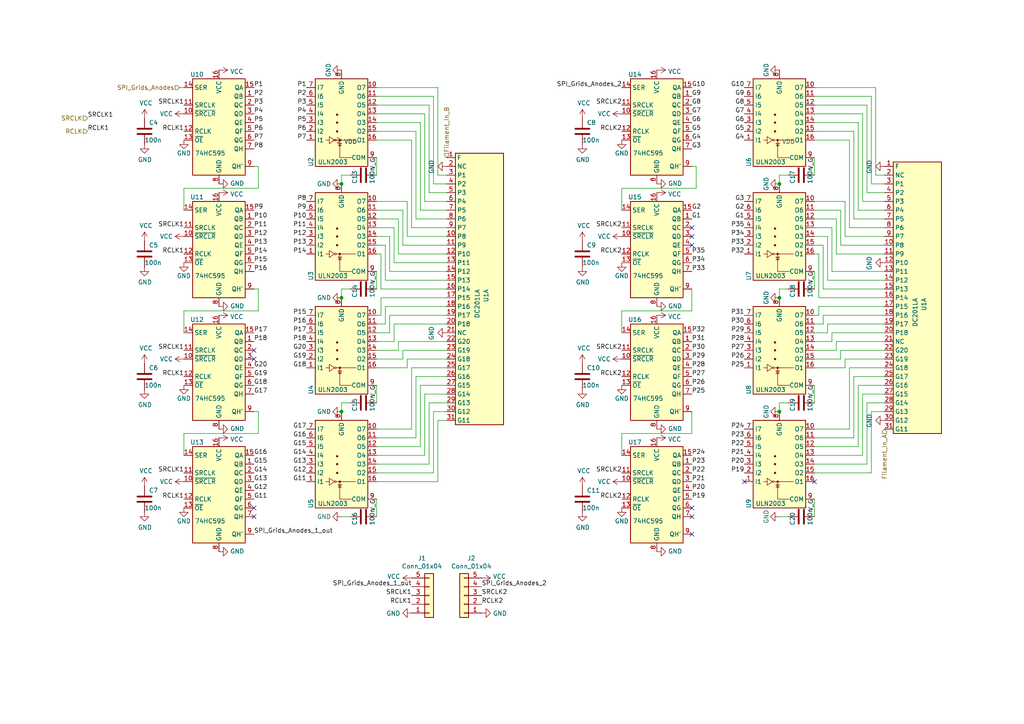
<source format=kicad_sch>
(kicad_sch (version 20211123) (generator eeschema)
  (paper "A4")
  (lib_symbols
    (symbol "74xx:74HC595"
      (property "Reference" "U" (at -7.62 13.97 0))
      (property "Value" "74HC595" (at -7.62 -16.51 0))
      (symbol "74HC595_1_0"
        (pin tri_state line (at 10.16 7.62 180) (length 2.54) (name "QB") (number "1"))
        (pin input line (at -10.16 2.54 0) (length 2.54) (name "~{SRCLR}") (number "10"))
        (pin input line (at -10.16 5.08 0) (length 2.54) (name "SRCLK") (number "11"))
        (pin input line (at -10.16 -2.54 0) (length 2.54) (name "RCLK") (number "12"))
        (pin input line (at -10.16 -5.08 0) (length 2.54) (name "~{OE}") (number "13"))
        (pin input line (at -10.16 10.16 0) (length 2.54) (name "SER") (number "14"))
        (pin tri_state line (at 10.16 10.16 180) (length 2.54) (name "QA") (number "15"))
        (pin power_in line (at 0 15.24 270) (length 2.54) (name "VCC") (number "16"))
        (pin tri_state line (at 10.16 5.08 180) (length 2.54) (name "QC") (number "2"))
        (pin tri_state line (at 10.16 2.54 180) (length 2.54) (name "QD") (number "3"))
        (pin tri_state line (at 10.16 0 180) (length 2.54) (name "QE") (number "4"))
        (pin tri_state line (at 10.16 -2.54 180) (length 2.54) (name "QF") (number "5"))
        (pin tri_state line (at 10.16 -5.08 180) (length 2.54) (name "QG") (number "6"))
        (pin tri_state line (at 10.16 -7.62 180) (length 2.54) (name "QH") (number "7"))
        (pin power_in line (at 0 -17.78 90) (length 2.54) (name "GND") (number "8"))
        (pin output line (at 10.16 -12.7 180) (length 2.54) (name "QH'") (number "9"))
      )
      (symbol "74HC595_1_1"
        (rectangle (start -7.62 12.7) (end 7.62 -15.24) (stroke (width 0.254)) (fill (type background)))
      )
    )
    (symbol "Connector_Generic:Conn_01x05" (pin_names (offset 1.016) hide)
      (property "Reference" "J" (at 0 7.62 0))
      (property "Value" "Conn_01x05" (at 0 -7.62 0))
      (symbol "Conn_01x05_1_1"
        (rectangle (start -1.27 -4.953) (end 0 -5.207) (stroke (width 0.1524)))
        (rectangle (start -1.27 -2.413) (end 0 -2.667) (stroke (width 0.1524)))
        (rectangle (start -1.27 0.127) (end 0 -0.127) (stroke (width 0.1524)))
        (rectangle (start -1.27 2.667) (end 0 2.413) (stroke (width 0.1524)))
        (rectangle (start -1.27 5.207) (end 0 4.953) (stroke (width 0.1524)))
        (rectangle (start -1.27 6.35) (end 1.27 -6.35) (stroke (width 0.254)) (fill (type background)))
        (pin passive line (at -5.08 5.08 0) (length 3.81) (name "Pin_1") (number "1"))
        (pin passive line (at -5.08 2.54 0) (length 3.81) (name "Pin_2") (number "2"))
        (pin passive line (at -5.08 0 0) (length 3.81) (name "Pin_3") (number "3"))
        (pin passive line (at -5.08 -2.54 0) (length 3.81) (name "Pin_4") (number "4"))
        (pin passive line (at -5.08 -5.08 0) (length 3.81) (name "Pin_5") (number "5"))
      )
    )
    (symbol "Device:C" (pin_numbers hide) (pin_names (offset 0.254))
      (property "Reference" "C" (at 0.635 2.54 0))
      (property "Value" "C" (at 0.635 -2.54 0))
      (symbol "C_0_1"
        (polyline (pts (xy -2.032 -0.762) (xy 2.032 -0.762)) (stroke (width 0.508)))
        (polyline (pts (xy -2.032 0.762) (xy 2.032 0.762)) (stroke (width 0.508)))
      )
      (symbol "C_1_1"
        (pin passive line (at 0 3.81 270) (length 2.794) (name "~") (number "1"))
        (pin passive line (at 0 -3.81 90) (length 2.794) (name "~") (number "2"))
      )
    )
    (symbol "Transistor_Array:ULN2003"
      (property "Reference" "U" (at 0 15.875 0))
      (property "Value" "ULN2003" (at 0 13.97 0))
      (symbol "ULN2003_0_1"
        (rectangle (start -7.62 -12.7) (end 7.62 12.7) (stroke (width 0.254)) (fill (type background)))
        (circle (center -1.778 5.08) (radius 0.254))
        (circle (center -1.27 -2.286) (radius 0.254) (fill (type outline)))
        (circle (center -1.27 0) (radius 0.254) (fill (type outline)))
        (circle (center -1.27 2.54) (radius 0.254) (fill (type outline)))
        (circle (center -0.508 5.08) (radius 0.254) (fill (type outline)))
        (polyline (pts (xy -4.572 5.08) (xy -3.556 5.08)))
        (polyline (pts (xy -1.524 5.08) (xy 4.064 5.08)))
        (polyline (pts (xy 0 6.731) (xy -1.016 6.731)))
        (polyline (pts (xy -0.508 5.08) (xy -0.508 10.16) (xy 2.921 10.16)))
        (polyline (pts (xy -3.556 6.096) (xy -3.556 4.064) (xy -2.032 5.08) (xy -3.556 6.096)))
        (polyline (pts (xy 0 5.969) (xy -1.016 5.969) (xy -0.508 6.731) (xy 0 5.969)))
      )
      (symbol "ULN2003_1_1"
        (pin input line (at -10.16 5.08 0) (length 2.54) (name "I1") (number "1"))
        (pin open_collector line (at 10.16 -10.16 180) (length 2.54) (name "O7") (number "10"))
        (pin open_collector line (at 10.16 -7.62 180) (length 2.54) (name "O6") (number "11"))
        (pin open_collector line (at 10.16 -5.08 180) (length 2.54) (name "O5") (number "12"))
        (pin open_collector line (at 10.16 -2.54 180) (length 2.54) (name "O4") (number "13"))
        (pin open_collector line (at 10.16 0 180) (length 2.54) (name "O3") (number "14"))
        (pin open_collector line (at 10.16 2.54 180) (length 2.54) (name "O2") (number "15"))
        (pin open_collector line (at 10.16 5.08 180) (length 2.54) (name "O1") (number "16"))
        (pin input line (at -10.16 2.54 0) (length 2.54) (name "I2") (number "2"))
        (pin input line (at -10.16 0 0) (length 2.54) (name "I3") (number "3"))
        (pin input line (at -10.16 -2.54 0) (length 2.54) (name "I4") (number "4"))
        (pin input line (at -10.16 -5.08 0) (length 2.54) (name "I5") (number "5"))
        (pin input line (at -10.16 -7.62 0) (length 2.54) (name "I6") (number "6"))
        (pin input line (at -10.16 -10.16 0) (length 2.54) (name "I7") (number "7"))
        (pin power_in line (at 0 -15.24 90) (length 2.54) (name "GND") (number "8"))
        (pin passive line (at 10.16 10.16 180) (length 2.54) (name "COM") (number "9"))
      )
    )
    (symbol "itron_vacuum_fluorescent_display:DC201LA"
      (property "Reference" "U" (at 2.54 31.75 0))
      (property "Value" "DC201LA" (at 2.54 34.29 0))
      (symbol "DC201LA_0_1"
        (rectangle (start -6.35 39.37) (end 7.62 -39.37) (stroke (width 0.254)) (fill (type background)))
      )
      (symbol "DC201LA_1_1"
        (pin input line (at -8.89 -38.1 0) (length 2.54) (name "F") (number "1"))
        (pin input line (at -8.89 -15.24 0) (length 2.54) (name "P8") (number "10"))
        (pin input line (at -8.89 -12.7 0) (length 2.54) (name "P9") (number "11"))
        (pin input line (at -8.89 -10.16 0) (length 2.54) (name "P10") (number "12"))
        (pin input line (at -8.89 -7.62 0) (length 2.54) (name "P11") (number "13"))
        (pin input line (at -8.89 -5.08 0) (length 2.54) (name "P12") (number "14"))
        (pin input line (at -8.89 -2.54 0) (length 2.54) (name "P13") (number "15"))
        (pin input line (at -8.89 0 0) (length 2.54) (name "P14") (number "16"))
        (pin input line (at -8.89 2.54 0) (length 2.54) (name "P15") (number "17"))
        (pin input line (at -8.89 5.08 0) (length 2.54) (name "P16") (number "18"))
        (pin input line (at -8.89 7.62 0) (length 2.54) (name "P17") (number "19"))
        (pin input line (at -8.89 -35.56 0) (length 2.54) (name "NC") (number "2"))
        (pin input line (at -8.89 10.16 0) (length 2.54) (name "P18") (number "20"))
        (pin input line (at -8.89 12.7 0) (length 2.54) (name "NC") (number "21"))
        (pin input line (at -8.89 15.24 0) (length 2.54) (name "G20") (number "22"))
        (pin input line (at -8.89 17.78 0) (length 2.54) (name "G19") (number "23"))
        (pin input line (at -8.89 20.32 0) (length 2.54) (name "G18") (number "24"))
        (pin input line (at -8.89 22.86 0) (length 2.54) (name "G17") (number "25"))
        (pin input line (at -8.89 25.4 0) (length 2.54) (name "G16") (number "26"))
        (pin input line (at -8.89 27.94 0) (length 2.54) (name "G15") (number "27"))
        (pin input line (at -8.89 30.48 0) (length 2.54) (name "G14") (number "28"))
        (pin input line (at -8.89 33.02 0) (length 2.54) (name "G13") (number "29"))
        (pin input line (at -8.89 -33.02 0) (length 2.54) (name "P1") (number "3"))
        (pin input line (at -8.89 35.56 0) (length 2.54) (name "G12") (number "30"))
        (pin input line (at -8.89 38.1 0) (length 2.54) (name "G11") (number "31"))
        (pin input line (at -8.89 -30.48 0) (length 2.54) (name "P2") (number "4"))
        (pin input line (at -8.89 -27.94 0) (length 2.54) (name "P3") (number "5"))
        (pin input line (at -8.89 -25.4 0) (length 2.54) (name "P4") (number "6"))
        (pin input line (at -8.89 -22.86 0) (length 2.54) (name "P5") (number "7"))
        (pin input line (at -8.89 -20.32 0) (length 2.54) (name "P6") (number "8"))
        (pin input line (at -8.89 -17.78 0) (length 2.54) (name "P7") (number "9"))
      )
      (symbol "DC201LA_2_1"
        (pin input line (at -8.89 -38.1 0) (length 2.54) (name "NC") (number "32"))
        (pin input line (at -8.89 -35.56 0) (length 2.54) (name "G10") (number "33"))
        (pin input line (at -8.89 -33.02 0) (length 2.54) (name "G9") (number "34"))
        (pin input line (at -8.89 -30.48 0) (length 2.54) (name "G8") (number "35"))
        (pin input line (at -8.89 -27.94 0) (length 2.54) (name "G7") (number "36"))
        (pin input line (at -8.89 -25.4 0) (length 2.54) (name "G6") (number "37"))
        (pin input line (at -8.89 -22.86 0) (length 2.54) (name "G5") (number "38"))
        (pin input line (at -8.89 -20.32 0) (length 2.54) (name "G4") (number "39"))
        (pin input line (at -8.89 -17.78 0) (length 2.54) (name "G3") (number "40"))
        (pin input line (at -8.89 -15.24 0) (length 2.54) (name "G2") (number "41"))
        (pin input line (at -8.89 -12.7 0) (length 2.54) (name "G1") (number "42"))
        (pin input line (at -8.89 -10.16 0) (length 2.54) (name "NC") (number "43"))
        (pin input line (at -8.89 -7.62 0) (length 2.54) (name "P35") (number "44"))
        (pin input line (at -8.89 -5.08 0) (length 2.54) (name "P34") (number "45"))
        (pin input line (at -8.89 -2.54 0) (length 2.54) (name "P33") (number "46"))
        (pin input line (at -8.89 0 0) (length 2.54) (name "P32") (number "47"))
        (pin input line (at -8.89 2.54 0) (length 2.54) (name "P31") (number "48"))
        (pin input line (at -8.89 5.08 0) (length 2.54) (name "P30") (number "49"))
        (pin input line (at -8.89 7.62 0) (length 2.54) (name "P29") (number "50"))
        (pin input line (at -8.89 10.16 0) (length 2.54) (name "P28") (number "51"))
        (pin input line (at -8.89 12.7 0) (length 2.54) (name "P27") (number "52"))
        (pin input line (at -8.89 15.24 0) (length 2.54) (name "P26") (number "53"))
        (pin input line (at -8.89 17.78 0) (length 2.54) (name "P25") (number "54"))
        (pin input line (at -8.89 20.32 0) (length 2.54) (name "P24") (number "55"))
        (pin input line (at -8.89 22.86 0) (length 2.54) (name "P23") (number "56"))
        (pin input line (at -8.89 25.4 0) (length 2.54) (name "P22") (number "57"))
        (pin input line (at -8.89 27.94 0) (length 2.54) (name "P21") (number "58"))
        (pin input line (at -8.89 30.48 0) (length 2.54) (name "P20") (number "59"))
        (pin input line (at -8.89 33.02 0) (length 2.54) (name "P19") (number "60"))
        (pin input line (at -8.89 35.56 0) (length 2.54) (name "NC") (number "61"))
        (pin input line (at -8.89 38.1 0) (length 2.54) (name "F") (number "62"))
      )
    )
    (symbol "power:GND" (power) (pin_names (offset 0))
      (property "Value" "GND" (at 0 -3.81 0))
      (symbol "GND_0_1"
        (polyline (pts (xy 0 0) (xy 0 -1.27) (xy 1.27 -1.27) (xy 0 -2.54) (xy -1.27 -1.27) (xy 0 -1.27)))
      )
      (symbol "GND_1_1"
        (pin power_in line (at 0 0 270) (length 0) hide (name "GND") (number "1"))
      )
    )
    (symbol "power:VCC" (power) (pin_names (offset 0))
      (property "Value" "VCC" (at 0 3.81 0))
      (symbol "VCC_0_1"
        (polyline (pts (xy -0.762 1.27) (xy 0 2.54)))
        (polyline (pts (xy 0 0) (xy 0 2.54)))
        (polyline (pts (xy 0 2.54) (xy 0.762 1.27)))
      )
      (symbol "VCC_1_1"
        (pin power_in line (at 0 0 90) (length 0) hide (name "VCC") (number "1"))
      )
    )
    (symbol "power:VDD" (power) (pin_names (offset 0))
      (property "Value" "VDD" (at 0 3.81 0))
      (symbol "VDD_0_1"
        (polyline (pts (xy -0.762 1.27) (xy 0 2.54)))
        (polyline (pts (xy 0 0) (xy 0 2.54)))
        (polyline (pts (xy 0 2.54) (xy 0.762 1.27)))
      )
      (symbol "VDD_1_1"
        (pin power_in line (at 0 0 90) (length 0) hide (name "VDD") (number "1"))
      )
    )
  )
  (junction (at 226.06 53.34))
  (junction (at 226.06 119.38))
  (junction (at 99.06 119.38))
  (junction (at 226.06 86.36))
  (junction (at 99.06 86.36))
  (junction (at 99.06 53.34))
  (no_connect (at 73.66 149.86))
  (no_connect (at 200.66 154.94))
  (no_connect (at 200.66 66.04))
  (no_connect (at 236.22 139.7))
  (no_connect (at 215.9 139.7))
  (no_connect (at 200.66 71.12))
  (no_connect (at 200.66 147.32))
  (no_connect (at 73.66 147.32))
  (no_connect (at 73.66 101.6))
  (no_connect (at 200.66 68.58))
  (no_connect (at 200.66 149.86))
  (no_connect (at 73.66 104.14))
  (wire (pts (xy 110.49 83.82) (xy 129.54 83.82)))
  (wire (pts (xy 109.22 111.76) (xy 109.22 116.84)))
  (wire (pts (xy 119.38 40.64) (xy 119.38 66.04)))
  (wire (pts (xy 247.65 38.1) (xy 236.22 38.1)))
  (wire (pts (xy 241.3 96.52) (xy 256.54 96.52)))
  (wire (pts (xy 251.46 55.88) (xy 256.54 55.88)))
  (wire (pts (xy 180.34 90.17) (xy 200.66 90.17)))
  (wire (pts (xy 124.46 30.48) (xy 124.46 55.88)))
  (wire (pts (xy 52.07 25.4) (xy 53.34 25.4)))
  (wire (pts (xy 111.76 81.28) (xy 129.54 81.28)))
  (wire (pts (xy 118.11 58.42) (xy 118.11 68.58)))
  (wire (pts (xy 236.22 78.74) (xy 236.22 83.82)))
  (wire (pts (xy 180.34 90.17) (xy 180.34 96.52)))
  (wire (pts (xy 246.38 106.68) (xy 246.38 124.46)))
  (wire (pts (xy 74.93 54.61) (xy 53.34 54.61)))
  (wire (pts (xy 245.11 58.42) (xy 236.22 58.42)))
  (wire (pts (xy 74.93 125.73) (xy 74.93 119.38)))
  (wire (pts (xy 116.84 60.96) (xy 109.22 60.96)))
  (wire (pts (xy 115.57 63.5) (xy 109.22 63.5)))
  (wire (pts (xy 113.03 91.44) (xy 113.03 96.52)))
  (wire (pts (xy 109.22 124.46) (xy 119.38 124.46)))
  (wire (pts (xy 251.46 116.84) (xy 256.54 116.84)))
  (wire (pts (xy 246.38 40.64) (xy 246.38 66.04)))
  (wire (pts (xy 250.19 33.02) (xy 236.22 33.02)))
  (wire (pts (xy 124.46 30.48) (xy 109.22 30.48)))
  (wire (pts (xy 124.46 116.84) (xy 124.46 134.62)))
  (wire (pts (xy 236.22 91.44) (xy 237.49 91.44)))
  (wire (pts (xy 228.6 116.84) (xy 226.06 116.84)))
  (wire (pts (xy 200.66 125.73) (xy 200.66 119.38)))
  (wire (pts (xy 248.92 129.54) (xy 236.22 129.54)))
  (wire (pts (xy 240.03 81.28) (xy 256.54 81.28)))
  (wire (pts (xy 120.65 109.22) (xy 129.54 109.22)))
  (wire (pts (xy 127 121.92) (xy 127 139.7)))
  (wire (pts (xy 254 25.4) (xy 236.22 25.4)))
  (wire (pts (xy 127 139.7) (xy 109.22 139.7)))
  (wire (pts (xy 238.76 91.44) (xy 238.76 93.98)))
  (wire (pts (xy 127 25.4) (xy 127 50.8)))
  (wire (pts (xy 238.76 91.44) (xy 256.54 91.44)))
  (wire (pts (xy 113.03 68.58) (xy 113.03 78.74)))
  (wire (pts (xy 74.93 48.26) (xy 74.93 54.61)))
  (wire (pts (xy 74.93 125.73) (xy 53.34 125.73)))
  (wire (pts (xy 110.49 86.36) (xy 129.54 86.36)))
  (wire (pts (xy 226.06 50.8) (xy 226.06 53.34)))
  (wire (pts (xy 254 50.8) (xy 256.54 50.8)))
  (wire (pts (xy 252.73 119.38) (xy 252.73 137.16)))
  (wire (pts (xy 236.22 99.06) (xy 241.3 99.06)))
  (wire (pts (xy 125.73 119.38) (xy 129.54 119.38)))
  (wire (pts (xy 74.93 119.38) (xy 73.66 119.38)))
  (wire (pts (xy 124.46 116.84) (xy 129.54 116.84)))
  (wire (pts (xy 237.49 88.9) (xy 256.54 88.9)))
  (wire (pts (xy 236.22 96.52) (xy 240.03 96.52)))
  (wire (pts (xy 118.11 58.42) (xy 109.22 58.42)))
  (wire (pts (xy 242.57 63.5) (xy 236.22 63.5)))
  (wire (pts (xy 121.92 60.96) (xy 129.54 60.96)))
  (wire (pts (xy 252.73 27.94) (xy 236.22 27.94)))
  (wire (pts (xy 74.93 83.82) (xy 74.93 90.17)))
  (wire (pts (xy 248.92 35.56) (xy 248.92 60.96)))
  (wire (pts (xy 228.6 50.8) (xy 226.06 50.8)))
  (wire (pts (xy 180.34 125.73) (xy 200.66 125.73)))
  (wire (pts (xy 101.6 116.84) (xy 99.06 116.84)))
  (wire (pts (xy 252.73 137.16) (xy 236.22 137.16)))
  (wire (pts (xy 111.76 88.9) (xy 111.76 93.98)))
  (wire (pts (xy 110.49 86.36) (xy 110.49 91.44)))
  (wire (pts (xy 251.46 116.84) (xy 251.46 134.62)))
  (wire (pts (xy 226.06 116.84) (xy 226.06 119.38)))
  (wire (pts (xy 240.03 93.98) (xy 256.54 93.98)))
  (wire (pts (xy 115.57 99.06) (xy 129.54 99.06)))
  (wire (pts (xy 116.84 101.6) (xy 129.54 101.6)))
  (wire (pts (xy 113.03 68.58) (xy 109.22 68.58)))
  (wire (pts (xy 116.84 60.96) (xy 116.84 71.12)))
  (wire (pts (xy 118.11 104.14) (xy 118.11 106.68)))
  (wire (pts (xy 180.34 54.61) (xy 180.34 60.96)))
  (wire (pts (xy 120.65 109.22) (xy 120.65 127)))
  (wire (pts (xy 256.54 63.5) (xy 247.65 63.5)))
  (wire (pts (xy 109.22 73.66) (xy 110.49 73.66)))
  (wire (pts (xy 116.84 101.6) (xy 116.84 104.14)))
  (wire (pts (xy 236.22 93.98) (xy 238.76 93.98)))
  (wire (pts (xy 236.22 124.46) (xy 246.38 124.46)))
  (wire (pts (xy 246.38 66.04) (xy 256.54 66.04)))
  (wire (pts (xy 248.92 111.76) (xy 248.92 129.54)))
  (wire (pts (xy 243.84 60.96) (xy 243.84 71.12)))
  (wire (pts (xy 127 25.4) (xy 109.22 25.4)))
  (wire (pts (xy 115.57 73.66) (xy 129.54 73.66)))
  (wire (pts (xy 241.3 96.52) (xy 241.3 99.06)))
  (wire (pts (xy 125.73 119.38) (xy 125.73 137.16)))
  (wire (pts (xy 200.66 48.26) (xy 201.93 48.26)))
  (wire (pts (xy 121.92 111.76) (xy 129.54 111.76)))
  (wire (pts (xy 109.22 40.64) (xy 119.38 40.64)))
  (wire (pts (xy 118.11 106.68) (xy 109.22 106.68)))
  (wire (pts (xy 238.76 71.12) (xy 236.22 71.12)))
  (wire (pts (xy 241.3 78.74) (xy 256.54 78.74)))
  (wire (pts (xy 201.93 48.26) (xy 201.93 54.61)))
  (wire (pts (xy 74.93 90.17) (xy 53.34 90.17)))
  (wire (pts (xy 250.19 132.08) (xy 236.22 132.08)))
  (wire (pts (xy 127 121.92) (xy 129.54 121.92)))
  (wire (pts (xy 118.11 68.58) (xy 129.54 68.58)))
  (wire (pts (xy 238.76 83.82) (xy 256.54 83.82)))
  (wire (pts (xy 242.57 99.06) (xy 242.57 101.6)))
  (wire (pts (xy 245.11 104.14) (xy 245.11 106.68)))
  (wire (pts (xy 236.22 104.14) (xy 243.84 104.14)))
  (wire (pts (xy 119.38 66.04) (xy 129.54 66.04)))
  (wire (pts (xy 250.19 114.3) (xy 256.54 114.3)))
  (wire (pts (xy 247.65 109.22) (xy 256.54 109.22)))
  (wire (pts (xy 129.54 53.34) (xy 125.73 53.34)))
  (wire (pts (xy 125.73 27.94) (xy 125.73 53.34)))
  (wire (pts (xy 53.34 125.73) (xy 53.34 132.08)))
  (wire (pts (xy 119.38 106.68) (xy 129.54 106.68)))
  (wire (pts (xy 101.6 149.86) (xy 99.06 149.86)))
  (wire (pts (xy 256.54 53.34) (xy 252.73 53.34)))
  (wire (pts (xy 115.57 101.6) (xy 109.22 101.6)))
  (wire (pts (xy 109.22 104.14) (xy 116.84 104.14)))
  (wire (pts (xy 123.19 114.3) (xy 123.19 132.08)))
  (wire (pts (xy 240.03 93.98) (xy 240.03 96.52)))
  (wire (pts (xy 111.76 71.12) (xy 111.76 81.28)))
  (wire (pts (xy 180.34 125.73) (xy 180.34 132.08)))
  (wire (pts (xy 252.73 27.94) (xy 252.73 53.34)))
  (wire (pts (xy 237.49 88.9) (xy 237.49 91.44)))
  (wire (pts (xy 236.22 45.72) (xy 236.22 50.8)))
  (wire (pts (xy 101.6 83.82) (xy 99.06 83.82)))
  (wire (pts (xy 242.57 63.5) (xy 242.57 73.66)))
  (wire (pts (xy 113.03 91.44) (xy 129.54 91.44)))
  (wire (pts (xy 115.57 63.5) (xy 115.57 73.66)))
  (wire (pts (xy 245.11 106.68) (xy 236.22 106.68)))
  (wire (pts (xy 53.34 54.61) (xy 53.34 60.96)))
  (wire (pts (xy 247.65 127) (xy 236.22 127)))
  (wire (pts (xy 245.11 68.58) (xy 256.54 68.58)))
  (wire (pts (xy 251.46 134.62) (xy 236.22 134.62)))
  (wire (pts (xy 124.46 134.62) (xy 109.22 134.62)))
  (wire (pts (xy 109.22 144.78) (xy 109.22 149.86)))
  (wire (pts (xy 250.19 33.02) (xy 250.19 58.42)))
  (wire (pts (xy 243.84 101.6) (xy 256.54 101.6)))
  (wire (pts (xy 114.3 76.2) (xy 129.54 76.2)))
  (wire (pts (xy 123.19 33.02) (xy 109.22 33.02)))
  (wire (pts (xy 248.92 60.96) (xy 256.54 60.96)))
  (wire (pts (xy 127 50.8) (xy 129.54 50.8)))
  (wire (pts (xy 121.92 111.76) (xy 121.92 129.54)))
  (wire (pts (xy 243.84 71.12) (xy 256.54 71.12)))
  (wire (pts (xy 243.84 101.6) (xy 243.84 104.14)))
  (wire (pts (xy 242.57 73.66) (xy 256.54 73.66)))
  (wire (pts (xy 101.6 50.8) (xy 99.06 50.8)))
  (wire (pts (xy 120.65 38.1) (xy 109.22 38.1)))
  (wire (pts (xy 237.49 73.66) (xy 237.49 86.36)))
  (wire (pts (xy 53.34 90.17) (xy 53.34 96.52)))
  (wire (pts (xy 248.92 35.56) (xy 236.22 35.56)))
  (wire (pts (xy 120.65 127) (xy 109.22 127)))
  (wire (pts (xy 121.92 129.54) (xy 109.22 129.54)))
  (wire (pts (xy 121.92 35.56) (xy 109.22 35.56)))
  (wire (pts (xy 109.22 96.52) (xy 113.03 96.52)))
  (wire (pts (xy 123.19 114.3) (xy 129.54 114.3)))
  (wire (pts (xy 228.6 149.86) (xy 226.06 149.86)))
  (wire (pts (xy 111.76 88.9) (xy 129.54 88.9)))
  (wire (pts (xy 125.73 27.94) (xy 109.22 27.94)))
  (wire (pts (xy 99.06 83.82) (xy 99.06 86.36)))
  (wire (pts (xy 228.6 83.82) (xy 226.06 83.82)))
  (wire (pts (xy 242.57 99.06) (xy 256.54 99.06)))
  (wire (pts (xy 238.76 71.12) (xy 238.76 83.82)))
  (wire (pts (xy 251.46 30.48) (xy 236.22 30.48)))
  (wire (pts (xy 72.39 -2.54) (xy 77.47 -2.54)))
  (wire (pts (xy 114.3 66.04) (xy 114.3 76.2)))
  (wire (pts (xy 250.19 114.3) (xy 250.19 132.08)))
  (wire (pts (xy 247.65 109.22) (xy 247.65 127)))
  (wire (pts (xy 236.22 144.78) (xy 236.22 149.86)))
  (wire (pts (xy 250.19 58.42) (xy 256.54 58.42)))
  (wire (pts (xy 123.19 33.02) (xy 123.19 58.42)))
  (wire (pts (xy 114.3 93.98) (xy 114.3 99.06)))
  (wire (pts (xy 124.46 55.88) (xy 129.54 55.88)))
  (wire (pts (xy 241.3 66.04) (xy 241.3 78.74)))
  (wire (pts (xy 99.06 116.84) (xy 99.06 119.38)))
  (wire (pts (xy 245.11 58.42) (xy 245.11 68.58)))
  (wire (pts (xy 109.22 93.98) (xy 111.76 93.98)))
  (wire (pts (xy 236.22 40.64) (xy 246.38 40.64)))
  (wire (pts (xy 243.84 60.96) (xy 236.22 60.96)))
  (wire (pts (xy 237.49 86.36) (xy 256.54 86.36)))
  (wire (pts (xy 111.76 71.12) (xy 109.22 71.12)))
  (wire (pts (xy 245.11 104.14) (xy 256.54 104.14)))
  (wire (pts (xy 109.22 78.74) (xy 109.22 83.82)))
  (wire (pts (xy 110.49 73.66) (xy 110.49 83.82)))
  (wire (pts (xy 125.73 137.16) (xy 109.22 137.16)))
  (wire (pts (xy 109.22 91.44) (xy 110.49 91.44)))
  (wire (pts (xy 123.19 132.08) (xy 109.22 132.08)))
  (wire (pts (xy 73.66 83.82) (xy 74.93 83.82)))
  (wire (pts (xy 99.06 50.8) (xy 99.06 53.34)))
  (wire (pts (xy 200.66 90.17) (xy 200.66 83.82)))
  (wire (pts (xy 246.38 106.68) (xy 256.54 106.68)))
  (wire (pts (xy 241.3 66.04) (xy 236.22 66.04)))
  (wire (pts (xy 252.73 119.38) (xy 256.54 119.38)))
  (wire (pts (xy 240.03 68.58) (xy 236.22 68.58)))
  (wire (pts (xy 201.93 54.61) (xy 180.34 54.61)))
  (wire (pts (xy 236.22 111.76) (xy 236.22 116.84)))
  (wire (pts (xy 116.84 71.12) (xy 129.54 71.12)))
  (wire (pts (xy 248.92 111.76) (xy 256.54 111.76)))
  (wire (pts (xy 109.22 45.72) (xy 109.22 50.8)))
  (wire (pts (xy 118.11 104.14) (xy 129.54 104.14)))
  (wire (pts (xy 247.65 38.1) (xy 247.65 63.5)))
  (wire (pts (xy 121.92 35.56) (xy 121.92 60.96)))
  (wire (pts (xy 226.06 83.82) (xy 226.06 86.36)))
  (wire (pts (xy 114.3 66.04) (xy 109.22 66.04)))
  (wire (pts (xy 123.19 58.42) (xy 129.54 58.42)))
  (wire (pts (xy 236.22 73.66) (xy 237.49 73.66)))
  (wire (pts (xy 129.54 63.5) (xy 120.65 63.5)))
  (wire (pts (xy 113.03 78.74) (xy 129.54 78.74)))
  (wire (pts (xy 114.3 93.98) (xy 129.54 93.98)))
  (wire (pts (xy 242.57 101.6) (xy 236.22 101.6)))
  (wire (pts (xy 109.22 99.06) (xy 114.3 99.06)))
  (wire (pts (xy 120.65 38.1) (xy 120.65 63.5)))
  (wire (pts (xy 115.57 99.06) (xy 115.57 101.6)))
  (wire (pts (xy 119.38 106.68) (xy 119.38 124.46)))
  (wire (pts (xy 251.46 30.48) (xy 251.46 55.88)))
  (wire (pts (xy 240.03 68.58) (xy 240.03 81.28)))
  (wire (pts (xy 73.66 48.26) (xy 74.93 48.26)))
  (wire (pts (xy 254 25.4) (xy 254 50.8)))
  (label "V_G" (at 109.22 45.72 270))
  (label "G10" (at 200.66 25.4 0))
  (label "P21" (at 200.66 139.7 0))
  (label "G9" (at 200.66 27.94 0))
  (label "G4" (at 215.9 40.64 180))
  (label "G6" (at 200.66 35.56 0))
  (label "G2" (at 215.9 60.96 180))
  (label "RCLK2" (at 180.34 109.22 180))
  (label "G14" (at 73.66 137.16 0))
  (label "P13" (at 88.9 71.12 180))
  (label "P23" (at 215.9 127 180))
  (label "P21" (at 215.9 132.08 180))
  (label "G2" (at 200.66 60.96 0))
  (label "P35" (at 215.9 66.04 180))
  (label "SRCLK1" (at 53.34 101.6 180))
  (label "SRCLK1" (at 53.34 30.48 180))
  (label "P14" (at 73.66 73.66 0))
  (label "V_G" (at 109.22 111.76 270))
  (label "G16" (at 88.9 127 180))
  (label "RCLK2" (at 180.34 73.66 180))
  (label "P14" (at 88.9 73.66 180))
  (label "G9" (at 215.9 27.94 180))
  (label "SPI_Grids_Anodes_1_out" (at 73.66 154.94 0))
  (label "P34" (at 200.66 76.2 0))
  (label "P24" (at 215.9 124.46 180))
  (label "P1" (at 88.9 25.4 180))
  (label "P34" (at 215.9 68.58 180))
  (label "P32" (at 215.9 73.66 180))
  (label "SPI_Grids_Anodes_2" (at 180.34 25.4 180))
  (label "P10" (at 73.66 63.5 0))
  (label "P7" (at 73.66 40.64 0))
  (label "P6" (at 88.9 38.1 180))
  (label "P12" (at 88.9 68.58 180))
  (label "P20" (at 215.9 134.62 180))
  (label "P15" (at 88.9 91.44 180))
  (label "P23" (at 200.66 134.62 0))
  (label "SRCLK1" (at 53.34 66.04 180))
  (label "P19" (at 200.66 144.78 0))
  (label "P4" (at 73.66 33.02 0))
  (label "G5" (at 200.66 38.1 0))
  (label "P3" (at 73.66 30.48 0))
  (label "G17" (at 88.9 124.46 180))
  (label "SRCLK2" (at 139.7 172.72 0))
  (label "V_G" (at 236.22 78.74 270))
  (label "G18" (at 73.66 111.76 0))
  (label "RCLK2" (at 180.34 144.78 180))
  (label "G6" (at 215.9 35.56 180))
  (label "V_G" (at 109.22 144.78 270))
  (label "P18" (at 88.9 99.06 180))
  (label "G11" (at 73.66 144.78 0))
  (label "V_G" (at 77.47 -2.54 0))
  (label "P26" (at 200.66 111.76 0))
  (label "SRCLK1" (at 119.38 172.72 180))
  (label "V_G" (at 236.22 144.78 270))
  (label "P28" (at 200.66 106.68 0))
  (label "G20" (at 88.9 101.6 180))
  (label "P7" (at 88.9 40.64 180))
  (label "P4" (at 88.9 33.02 180))
  (label "SRCLK2" (at 180.34 66.04 180))
  (label "P5" (at 73.66 35.56 0))
  (label "P22" (at 200.66 137.16 0))
  (label "P11" (at 73.66 66.04 0))
  (label "G1" (at 200.66 63.5 0))
  (label "G13" (at 73.66 139.7 0))
  (label "P17" (at 73.66 96.52 0))
  (label "P1" (at 73.66 25.4 0))
  (label "G17" (at 73.66 114.3 0))
  (label "G3" (at 200.66 43.18 0))
  (label "G15" (at 73.66 134.62 0))
  (label "G5" (at 215.9 38.1 180))
  (label "P9" (at 88.9 60.96 180))
  (label "RCLK1" (at 25.4 38.1 0))
  (label "P3" (at 88.9 30.48 180))
  (label "G13" (at 88.9 134.62 180))
  (label "P17" (at 88.9 96.52 180))
  (label "G19" (at 73.66 109.22 0))
  (label "RCLK1" (at 53.34 109.22 180))
  (label "G7" (at 215.9 33.02 180))
  (label "P10" (at 88.9 63.5 180))
  (label "SPI_Grids_Anodes_1_out" (at 119.38 170.18 180))
  (label "P33" (at 215.9 71.12 180))
  (label "P16" (at 88.9 93.98 180))
  (label "V_G" (at 236.22 111.76 270))
  (label "G16" (at 73.66 132.08 0))
  (label "G4" (at 200.66 40.64 0))
  (label "P13" (at 73.66 71.12 0))
  (label "G3" (at 215.9 58.42 180))
  (label "P16" (at 73.66 78.74 0))
  (label "P11" (at 88.9 66.04 180))
  (label "P33" (at 200.66 78.74 0))
  (label "SRCLK1" (at 25.4 34.29 0))
  (label "P12" (at 73.66 68.58 0))
  (label "P2" (at 73.66 27.94 0))
  (label "G8" (at 215.9 30.48 180))
  (label "P15" (at 73.66 76.2 0))
  (label "P18" (at 73.66 99.06 0))
  (label "P2" (at 88.9 27.94 180))
  (label "RCLK1" (at 119.38 175.26 180))
  (label "RCLK1" (at 53.34 73.66 180))
  (label "G20" (at 73.66 106.68 0))
  (label "V_G" (at 109.22 78.74 270))
  (label "P31" (at 200.66 99.06 0))
  (label "G12" (at 88.9 137.16 180))
  (label "P22" (at 215.9 129.54 180))
  (label "SRCLK2" (at 180.34 30.48 180))
  (label "SRCLK2" (at 180.34 137.16 180))
  (label "RCLK1" (at 53.34 144.78 180))
  (label "P30" (at 200.66 101.6 0))
  (label "G8" (at 200.66 30.48 0))
  (label "P31" (at 215.9 91.44 180))
  (label "G15" (at 88.9 129.54 180))
  (label "P30" (at 215.9 93.98 180))
  (label "P24" (at 200.66 132.08 0))
  (label "G10" (at 215.9 25.4 180))
  (label "G19" (at 88.9 104.14 180))
  (label "G11" (at 88.9 139.7 180))
  (label "G7" (at 200.66 33.02 0))
  (label "P28" (at 215.9 99.06 180))
  (label "P6" (at 73.66 38.1 0))
  (label "G1" (at 215.9 63.5 180))
  (label "P9" (at 73.66 60.96 0))
  (label "G18" (at 88.9 106.68 180))
  (label "RCLK2" (at 180.34 38.1 180))
  (label "P26" (at 215.9 104.14 180))
  (label "P25" (at 215.9 106.68 180))
  (label "SRCLK1" (at 53.34 137.16 180))
  (label "RCLK2" (at 139.7 175.26 0))
  (label "P27" (at 215.9 101.6 180))
  (label "SPI_Grids_Anodes_2" (at 139.7 170.18 0))
  (label "P29" (at 200.66 104.14 0))
  (label "RCLK1" (at 53.34 38.1 180))
  (label "G14" (at 88.9 132.08 180))
  (label "SRCLK2" (at 180.34 101.6 180))
  (label "P5" (at 88.9 35.56 180))
  (label "P27" (at 200.66 109.22 0))
  (label "P32" (at 200.66 96.52 0))
  (label "P29" (at 215.9 96.52 180))
  (label "V_G" (at 236.22 45.72 270))
  (label "G12" (at 73.66 142.24 0))
  (label "P8" (at 73.66 43.18 0))
  (label "P8" (at 88.9 58.42 180))
  (label "P25" (at 200.66 114.3 0))
  (label "P20" (at 200.66 142.24 0))
  (label "P35" (at 200.66 73.66 0))
  (label "P19" (at 215.9 137.16 180))
  (hierarchical_label "Filament_In_B" (shape input) (at 129.54 45.72 90))
  (hierarchical_label "SPI_Grids_Anodes" (shape input) (at 52.07 25.4 180))
  (hierarchical_label "RCLK" (shape input) (at 25.4 38.1 180))
  (hierarchical_label "SRCLK" (shape input) (at 25.4 34.29 180))
  (hierarchical_label "Power_Grids_Anodes" (shape input) (at 72.39 -2.54 180))
  (hierarchical_label "Filament_In_A" (shape input) (at 256.54 124.46 270))
  (symbol (lib_id "itron_vacuum_fluorescent_display:DC201LA") (at 138.43 83.82 0) (mirror x)
    (property "Reference" "U1" (at 140.97 83.82 90) (effects (justify left)))
    (property "Value" "DC201LA" (at 138.43 83.82 90) (effects (justify left)))
    (property "Footprint" "itron_vacuum_fluorescent_display:DC201LA" (effects hide))
    (property "Datasheet" "http://www.noritake-itron.com/Specs/D/DC201LA.pdf" (effects hide))
  )
  (symbol (lib_id "itron_vacuum_fluorescent_display:DC201LA") (at 265.43 86.36 0) (mirror x)
    (property "Reference" "U1" (at 267.97 86.36 90) (effects (justify left)))
    (property "Value" "DC201LA" (at 265.43 86.36 90) (effects (justify left)))
    (property "Footprint" "itron_vacuum_fluorescent_display:DC201LA" (effects hide))
    (property "Datasheet" "http://www.noritake-itron.com/Specs/D/DC201LA.pdf" (effects hide))
  )
  (symbol (lib_id "power:VDD") (at 96.52 40.64 270)
    (property "Reference" "#PWR017" (effects hide))
    (property "Value" "VDD" (at 99.7712 41.0718 90) (effects (justify left)))
  )
  (symbol (lib_id "Transistor_Array:ULN2003") (at 226.06 134.62 0) (mirror x)
    (property "Reference" "U9" (at 217.17 146.05 90))
    (property "Value" "ULN2003" (at 223.52 146.05 0))
    (property "Footprint" "Package_SO:SOIC-16_3.9x9.9mm_P1.27mm" (effects hide))
    (property "Datasheet" "http://www.ti.com/lit/ds/symlink/uln2003a.pdf" (effects hide))
  )
  (symbol (lib_id "Transistor_Array:ULN2003") (at 99.06 35.56 0) (mirror x)
    (property "Reference" "U2" (at 90.17 46.99 90))
    (property "Value" "ULN2003" (at 96.52 46.99 0))
    (property "Footprint" "Package_SO:SOIC-16_3.9x9.9mm_P1.27mm" (effects hide))
    (property "Datasheet" "http://www.ti.com/lit/ds/symlink/uln2003a.pdf" (effects hide))
  )
  (symbol (lib_id "Transistor_Array:ULN2003") (at 99.06 68.58 0) (mirror x)
    (property "Reference" "U3" (at 90.17 80.01 90))
    (property "Value" "ULN2003" (at 96.52 80.01 0))
    (property "Footprint" "Package_SO:SOIC-16_3.9x9.9mm_P1.27mm" (effects hide))
    (property "Datasheet" "http://www.ti.com/lit/ds/symlink/uln2003a.pdf" (effects hide))
  )
  (symbol (lib_id "Transistor_Array:ULN2003") (at 99.06 101.6 0) (mirror x)
    (property "Reference" "U4" (at 90.17 113.03 90))
    (property "Value" "ULN2003" (at 96.52 113.03 0))
    (property "Footprint" "Package_SO:SOIC-16_3.9x9.9mm_P1.27mm" (effects hide))
    (property "Datasheet" "http://www.ti.com/lit/ds/symlink/uln2003a.pdf" (effects hide))
  )
  (symbol (lib_id "power:VDD") (at 223.52 40.64 270)
    (property "Reference" "#PWR054" (effects hide))
    (property "Value" "VDD" (at 226.7712 41.0718 90) (effects (justify left)))
  )
  (symbol (lib_id "Transistor_Array:ULN2003") (at 99.06 134.62 0) (mirror x)
    (property "Reference" "U5" (at 90.17 146.05 90))
    (property "Value" "ULN2003" (at 96.52 146.05 0))
    (property "Footprint" "Package_SO:SOIC-16_3.9x9.9mm_P1.27mm" (effects hide))
    (property "Datasheet" "http://www.ti.com/lit/ds/symlink/uln2003a.pdf" (effects hide))
  )
  (symbol (lib_id "Transistor_Array:ULN2003") (at 226.06 35.56 0) (mirror x)
    (property "Reference" "U6" (at 217.17 46.99 90))
    (property "Value" "ULN2003" (at 223.52 46.99 0))
    (property "Footprint" "Package_SO:SOIC-16_3.9x9.9mm_P1.27mm" (effects hide))
    (property "Datasheet" "http://www.ti.com/lit/ds/symlink/uln2003a.pdf" (effects hide))
  )
  (symbol (lib_id "Transistor_Array:ULN2003") (at 226.06 68.58 0) (mirror x)
    (property "Reference" "U7" (at 217.17 80.01 90))
    (property "Value" "ULN2003" (at 223.52 80.01 0))
    (property "Footprint" "Package_SO:SOIC-16_3.9x9.9mm_P1.27mm" (effects hide))
    (property "Datasheet" "http://www.ti.com/lit/ds/symlink/uln2003a.pdf" (effects hide))
  )
  (symbol (lib_id "Transistor_Array:ULN2003") (at 226.06 101.6 0) (mirror x)
    (property "Reference" "U8" (at 217.17 113.03 90))
    (property "Value" "ULN2003" (at 223.52 113.03 0))
    (property "Footprint" "Package_SO:SOIC-16_3.9x9.9mm_P1.27mm" (effects hide))
    (property "Datasheet" "http://www.ti.com/lit/ds/symlink/uln2003a.pdf" (effects hide))
  )
  (symbol (lib_id "power:GND") (at 99.06 53.34 270)
    (property "Reference" "#PWR018" (effects hide))
    (property "Value" "GND" (at 93.98 53.34 90))
  )
  (symbol (lib_id "74xx:74HC595") (at 190.5 35.56 0) (unit 1)
    (property "Reference" "U14" (at 184.15 21.59 0))
    (property "Value" "74HC595" (at 187.96 44.45 0))
    (property "Footprint" "Package_SO:SOIC-16_3.9x9.9mm_P1.27mm" (effects hide))
    (property "Datasheet" "https://www.st.com/resource/en/datasheet/m74hc595.pdf" (effects hide))
  )
  (symbol (lib_id "74xx:74HC595") (at 190.5 71.12 0) (unit 1)
    (property "Reference" "U15" (at 184.15 57.15 0))
    (property "Value" "74HC595" (at 187.96 80.01 0))
    (property "Footprint" "Package_SO:SOIC-16_3.9x9.9mm_P1.27mm" (effects hide))
    (property "Datasheet" "https://www.st.com/resource/en/datasheet/m74hc595.pdf" (effects hide))
  )
  (symbol (lib_id "power:VCC") (at 190.5 20.32 270) (unit 1)
    (property "Reference" "#PWR046" (effects hide))
    (property "Value" "VCC" (at 193.7512 20.7518 90) (effects (justify left)))
  )
  (symbol (lib_id "power:VCC") (at 190.5 55.88 270) (unit 1)
    (property "Reference" "#PWR048" (effects hide))
    (property "Value" "VCC" (at 193.7512 56.3118 90) (effects (justify left)))
  )
  (symbol (lib_id "power:GND") (at 190.5 88.9 90) (unit 1)
    (property "Reference" "#PWR049" (effects hide))
    (property "Value" "GND" (at 193.7512 88.773 90) (effects (justify right)))
  )
  (symbol (lib_id "power:GND") (at 190.5 53.34 90) (unit 1)
    (property "Reference" "#PWR047" (effects hide))
    (property "Value" "GND" (at 193.7512 53.213 90) (effects (justify right)))
  )
  (symbol (lib_id "74xx:74HC595") (at 63.5 35.56 0) (unit 1)
    (property "Reference" "U10" (at 57.15 21.59 0))
    (property "Value" "74HC595" (at 60.96 44.45 0))
    (property "Footprint" "Package_SO:SOIC-16_3.9x9.9mm_P1.27mm" (effects hide))
    (property "Datasheet" "https://www.st.com/resource/en/datasheet/m74hc595.pdf" (effects hide))
  )
  (symbol (lib_id "74xx:74HC595") (at 63.5 71.12 0) (unit 1)
    (property "Reference" "U11" (at 57.15 57.15 0))
    (property "Value" "74HC595" (at 60.96 80.01 0))
    (property "Footprint" "Package_SO:SOIC-16_3.9x9.9mm_P1.27mm" (effects hide))
    (property "Datasheet" "https://www.st.com/resource/en/datasheet/m74hc595.pdf" (effects hide))
  )
  (symbol (lib_id "74xx:74HC595") (at 63.5 106.68 0) (unit 1)
    (property "Reference" "U12" (at 57.15 92.71 0))
    (property "Value" "74HC595" (at 60.96 115.57 0))
    (property "Footprint" "Package_SO:SOIC-16_3.9x9.9mm_P1.27mm" (effects hide))
    (property "Datasheet" "https://www.st.com/resource/en/datasheet/m74hc595.pdf" (effects hide))
  )
  (symbol (lib_id "74xx:74HC595") (at 63.5 142.24 0) (unit 1)
    (property "Reference" "U13" (at 57.15 128.27 0))
    (property "Value" "74HC595" (at 60.96 151.13 0))
    (property "Footprint" "Package_SO:SOIC-16_3.9x9.9mm_P1.27mm" (effects hide))
    (property "Datasheet" "https://www.st.com/resource/en/datasheet/m74hc595.pdf" (effects hide))
  )
  (symbol (lib_id "power:VCC") (at 63.5 20.32 270) (unit 1)
    (property "Reference" "#PWR09" (effects hide))
    (property "Value" "VCC" (at 66.7512 20.7518 90) (effects (justify left)))
  )
  (symbol (lib_id "power:VCC") (at 63.5 55.88 270) (unit 1)
    (property "Reference" "#PWR011" (effects hide))
    (property "Value" "VCC" (at 66.7512 56.3118 90) (effects (justify left)))
  )
  (symbol (lib_id "power:VCC") (at 63.5 91.44 270) (unit 1)
    (property "Reference" "#PWR013" (effects hide))
    (property "Value" "VCC" (at 66.7512 91.8718 90) (effects (justify left)))
  )
  (symbol (lib_id "power:VCC") (at 63.5 127 270) (unit 1)
    (property "Reference" "#PWR015" (effects hide))
    (property "Value" "VCC" (at 66.7512 127.4318 90) (effects (justify left)))
  )
  (symbol (lib_id "power:GND") (at 63.5 124.46 90) (unit 1)
    (property "Reference" "#PWR014" (effects hide))
    (property "Value" "GND" (at 66.7512 124.333 90) (effects (justify right)))
  )
  (symbol (lib_id "power:GND") (at 63.5 88.9 90) (unit 1)
    (property "Reference" "#PWR012" (effects hide))
    (property "Value" "GND" (at 66.7512 88.773 90) (effects (justify right)))
  )
  (symbol (lib_id "power:GND") (at 63.5 53.34 90) (unit 1)
    (property "Reference" "#PWR010" (effects hide))
    (property "Value" "GND" (at 66.7512 53.213 90) (effects (justify right)))
  )
  (symbol (lib_id "power:GND") (at 63.5 160.02 90) (unit 1)
    (property "Reference" "#PWR016" (effects hide))
    (property "Value" "GND" (at 66.7512 159.893 90) (effects (justify right)))
  )
  (symbol (lib_id "Device:C") (at 105.41 50.8 90) (unit 1)
    (property "Reference" "C13" (at 102.87 53.34 0) (effects (justify left)))
    (property "Value" "100n" (at 107.95 53.34 0) (effects (justify left)))
    (property "Footprint" "Capacitor_SMD:C_0805_2012Metric_Pad1.15x1.40mm_HandSolder" (effects hide))
  )
  (symbol (lib_id "power:GND") (at 99.06 86.36 270)
    (property "Reference" "#PWR0154" (effects hide))
    (property "Value" "GND" (at 93.98 86.36 90))
  )
  (symbol (lib_id "Device:C") (at 105.41 83.82 90) (unit 1)
    (property "Reference" "C14" (at 102.87 86.36 0) (effects (justify left)))
    (property "Value" "100n" (at 107.95 86.36 0) (effects (justify left)))
    (property "Footprint" "Capacitor_SMD:C_0805_2012Metric_Pad1.15x1.40mm_HandSolder" (effects hide))
  )
  (symbol (lib_id "power:GND") (at 99.06 119.38 270)
    (property "Reference" "#PWR0155" (effects hide))
    (property "Value" "GND" (at 93.98 119.38 90))
  )
  (symbol (lib_id "Device:C") (at 105.41 116.84 90) (unit 1)
    (property "Reference" "C15" (at 102.87 119.38 0) (effects (justify left)))
    (property "Value" "100n" (at 107.95 119.38 0) (effects (justify left)))
    (property "Footprint" "Capacitor_SMD:C_0805_2012Metric_Pad1.15x1.40mm_HandSolder" (effects hide))
  )
  (symbol (lib_id "power:GND") (at 99.06 149.86 270)
    (property "Reference" "#PWR0156" (effects hide))
    (property "Value" "GND" (at 93.98 149.86 90))
  )
  (symbol (lib_id "Device:C") (at 105.41 149.86 90) (unit 1)
    (property "Reference" "C16" (at 102.87 152.4 0) (effects (justify left)))
    (property "Value" "100n" (at 107.95 152.4 0) (effects (justify left)))
    (property "Footprint" "Capacitor_SMD:C_0805_2012Metric_Pad1.15x1.40mm_HandSolder" (effects hide))
  )
  (symbol (lib_id "power:GND") (at 226.06 53.34 270)
    (property "Reference" "#PWR0157" (effects hide))
    (property "Value" "GND" (at 222.25 53.34 0))
  )
  (symbol (lib_id "Device:C") (at 232.41 50.8 90) (unit 1)
    (property "Reference" "C17" (at 229.87 53.34 0) (effects (justify left)))
    (property "Value" "100n" (at 234.95 53.34 0) (effects (justify left)))
    (property "Footprint" "Capacitor_SMD:C_0805_2012Metric_Pad1.15x1.40mm_HandSolder" (effects hide))
  )
  (symbol (lib_id "power:GND") (at 226.06 86.36 270)
    (property "Reference" "#PWR0158" (effects hide))
    (property "Value" "GND" (at 222.25 86.36 0))
  )
  (symbol (lib_id "Device:C") (at 232.41 83.82 90) (unit 1)
    (property "Reference" "C18" (at 229.87 86.36 0) (effects (justify left)))
    (property "Value" "100n" (at 234.95 86.36 0) (effects (justify left)))
    (property "Footprint" "Capacitor_SMD:C_0805_2012Metric_Pad1.15x1.40mm_HandSolder" (effects hide))
  )
  (symbol (lib_id "power:GND") (at 226.06 119.38 270)
    (property "Reference" "#PWR0159" (effects hide))
    (property "Value" "GND" (at 222.25 119.38 0))
  )
  (symbol (lib_id "Device:C") (at 232.41 116.84 90) (unit 1)
    (property "Reference" "C19" (at 229.87 119.38 0) (effects (justify left)))
    (property "Value" "100n" (at 234.95 119.38 0) (effects (justify left)))
    (property "Footprint" "Capacitor_SMD:C_0805_2012Metric_Pad1.15x1.40mm_HandSolder" (effects hide))
  )
  (symbol (lib_id "power:GND") (at 226.06 149.86 270)
    (property "Reference" "#PWR0160" (effects hide))
    (property "Value" "GND" (at 222.25 149.86 0))
  )
  (symbol (lib_id "Device:C") (at 232.41 149.86 90) (unit 1)
    (property "Reference" "C20" (at 229.87 152.4 0) (effects (justify left)))
    (property "Value" "100n" (at 234.95 152.4 0) (effects (justify left)))
    (property "Footprint" "Capacitor_SMD:C_0805_2012Metric_Pad1.15x1.40mm_HandSolder" (effects hide))
  )
  (symbol (lib_id "power:GND") (at 99.06 20.32 270)
    (property "Reference" "#PWR0161" (effects hide))
    (property "Value" "GND" (at 95.25 20.32 0))
  )
  (symbol (lib_id "power:VCC") (at 53.34 33.02 90) (unit 1)
    (property "Reference" "#PWR0101" (effects hide))
    (property "Value" "VCC" (at 48.26 33.02 90))
  )
  (symbol (lib_id "power:GND") (at 53.34 40.64 0) (unit 1)
    (property "Reference" "#PWR0102" (effects hide))
    (property "Value" "GND" (at 53.34 44.45 0))
  )
  (symbol (lib_id "power:GND") (at 53.34 76.2 0) (unit 1)
    (property "Reference" "#PWR0104" (effects hide))
    (property "Value" "GND" (at 53.34 80.01 0))
  )
  (symbol (lib_id "power:GND") (at 53.34 111.76 0) (unit 1)
    (property "Reference" "#PWR0106" (effects hide))
    (property "Value" "GND" (at 53.34 115.57 0))
  )
  (symbol (lib_id "power:GND") (at 53.34 147.32 0) (unit 1)
    (property "Reference" "#PWR08" (effects hide))
    (property "Value" "GND" (at 53.34 151.13 0))
  )
  (symbol (lib_id "power:GND") (at 180.34 76.2 0) (unit 1)
    (property "Reference" "#PWR041" (effects hide))
    (property "Value" "GND" (at 180.34 80.01 0))
  )
  (symbol (lib_id "power:GND") (at 180.34 40.64 0) (unit 1)
    (property "Reference" "#PWR039" (effects hide))
    (property "Value" "GND" (at 180.34 44.45 0))
  )
  (symbol (lib_id "Device:C") (at 41.91 38.1 0) (unit 1)
    (property "Reference" "C4" (at 43.18 35.56 0) (effects (justify left)))
    (property "Value" "100n" (at 41.91 40.64 0) (effects (justify left)))
    (property "Footprint" "Capacitor_SMD:C_0805_2012Metric_Pad1.15x1.40mm_HandSolder" (effects hide))
  )
  (symbol (lib_id "power:VCC") (at 41.91 34.29 0) (unit 1)
    (property "Reference" "#PWR0107" (effects hide))
    (property "Value" "VCC" (at 42.3418 29.8958 0))
  )
  (symbol (lib_id "power:GND") (at 41.91 41.91 0) (unit 1)
    (property "Reference" "#PWR0108" (effects hide))
    (property "Value" "GND" (at 42.037 46.3042 0))
  )
  (symbol (lib_id "power:VCC") (at 53.34 68.58 90) (unit 1)
    (property "Reference" "#PWR0103" (effects hide))
    (property "Value" "VCC" (at 48.26 68.58 90))
  )
  (symbol (lib_id "power:VCC") (at 53.34 104.14 90) (unit 1)
    (property "Reference" "#PWR0105" (effects hide))
    (property "Value" "VCC" (at 48.26 104.14 90))
  )
  (symbol (lib_id "power:VCC") (at 53.34 139.7 90) (unit 1)
    (property "Reference" "#PWR0124" (effects hide))
    (property "Value" "VCC" (at 48.26 139.7 90))
  )
  (symbol (lib_id "power:VCC") (at 190.5 91.44 270) (unit 1)
    (property "Reference" "#PWR0119" (effects hide))
    (property "Value" "VCC" (at 193.7512 91.8718 90) (effects (justify left)))
  )
  (symbol (lib_id "power:VCC") (at 180.34 104.14 90) (unit 1)
    (property "Reference" "#PWR0120" (effects hide))
    (property "Value" "VCC" (at 175.26 104.14 90))
  )
  (symbol (lib_id "power:GND") (at 168.91 113.03 0) (unit 1)
    (property "Reference" "#PWR0121" (effects hide))
    (property "Value" "GND" (at 169.037 117.4242 0))
  )
  (symbol (lib_id "power:VCC") (at 168.91 105.41 0) (unit 1)
    (property "Reference" "#PWR0122" (effects hide))
    (property "Value" "VCC" (at 169.3418 101.0158 0))
  )
  (symbol (lib_id "Device:C") (at 168.91 109.22 0) (unit 1)
    (property "Reference" "C10" (at 170.18 106.68 0) (effects (justify left)))
    (property "Value" "100n" (at 168.91 111.76 0) (effects (justify left)))
    (property "Footprint" "Capacitor_SMD:C_0805_2012Metric_Pad1.15x1.40mm_HandSolder" (effects hide))
  )
  (symbol (lib_id "power:GND") (at 180.34 111.76 0) (unit 1)
    (property "Reference" "#PWR0125" (effects hide))
    (property "Value" "GND" (at 180.34 115.57 0))
  )
  (symbol (lib_id "power:GND") (at 190.5 124.46 90) (unit 1)
    (property "Reference" "#PWR0126" (effects hide))
    (property "Value" "GND" (at 193.7512 124.333 90) (effects (justify right)))
  )
  (symbol (lib_id "74xx:74HC595") (at 190.5 106.68 0) (unit 1)
    (property "Reference" "U16" (at 184.15 92.71 0))
    (property "Value" "74HC595" (at 187.96 115.57 0))
    (property "Footprint" "Package_SO:SOIC-16_3.9x9.9mm_P1.27mm" (effects hide))
    (property "Datasheet" "https://www.st.com/resource/en/datasheet/m74hc595.pdf" (effects hide))
  )
  (symbol (lib_id "power:VCC") (at 190.5 127 270) (unit 1)
    (property "Reference" "#PWR0143" (effects hide))
    (property "Value" "VCC" (at 193.7512 127.4318 90) (effects (justify left)))
  )
  (symbol (lib_id "power:VCC") (at 180.34 139.7 90) (unit 1)
    (property "Reference" "#PWR0144" (effects hide))
    (property "Value" "VCC" (at 175.26 139.7 90))
  )
  (symbol (lib_id "power:GND") (at 168.91 148.59 0) (unit 1)
    (property "Reference" "#PWR0145" (effects hide))
    (property "Value" "GND" (at 169.037 152.9842 0))
  )
  (symbol (lib_id "power:VCC") (at 168.91 140.97 0) (unit 1)
    (property "Reference" "#PWR0146" (effects hide))
    (property "Value" "VCC" (at 169.3418 136.5758 0))
  )
  (symbol (lib_id "Device:C") (at 168.91 144.78 0) (unit 1)
    (property "Reference" "C11" (at 170.18 142.24 0) (effects (justify left)))
    (property "Value" "100n" (at 168.91 147.32 0) (effects (justify left)))
    (property "Footprint" "Capacitor_SMD:C_0805_2012Metric_Pad1.15x1.40mm_HandSolder" (effects hide))
  )
  (symbol (lib_id "power:GND") (at 180.34 147.32 0) (unit 1)
    (property "Reference" "#PWR0147" (effects hide))
    (property "Value" "GND" (at 180.34 151.13 0))
  )
  (symbol (lib_id "power:GND") (at 190.5 160.02 90) (unit 1)
    (property "Reference" "#PWR0148" (effects hide))
    (property "Value" "GND" (at 193.7512 159.893 90) (effects (justify right)))
  )
  (symbol (lib_id "74xx:74HC595") (at 190.5 142.24 0) (unit 1)
    (property "Reference" "U17" (at 184.15 128.27 0))
    (property "Value" "74HC595" (at 187.96 151.13 0))
    (property "Footprint" "Package_SO:SOIC-16_3.9x9.9mm_P1.27mm" (effects hide))
    (property "Datasheet" "https://www.st.com/resource/en/datasheet/m74hc595.pdf" (effects hide))
  )
  (symbol (lib_id "power:VCC") (at 180.34 68.58 90) (unit 1)
    (property "Reference" "#PWR0127" (effects hide))
    (property "Value" "VCC" (at 175.26 68.58 90))
  )
  (symbol (lib_id "Device:C") (at 41.91 73.66 0) (unit 1)
    (property "Reference" "C5" (at 43.18 71.12 0) (effects (justify left)))
    (property "Value" "100n" (at 41.91 76.2 0) (effects (justify left)))
    (property "Footprint" "Capacitor_SMD:C_0805_2012Metric_Pad1.15x1.40mm_HandSolder" (effects hide))
  )
  (symbol (lib_id "power:VCC") (at 41.91 69.85 0) (unit 1)
    (property "Reference" "#PWR0109" (effects hide))
    (property "Value" "VCC" (at 42.3418 65.4558 0))
  )
  (symbol (lib_id "power:GND") (at 41.91 77.47 0) (unit 1)
    (property "Reference" "#PWR0110" (effects hide))
    (property "Value" "GND" (at 42.037 81.8642 0))
  )
  (symbol (lib_id "power:VCC") (at 180.34 33.02 90) (unit 1)
    (property "Reference" "#PWR0128" (effects hide))
    (property "Value" "VCC" (at 175.26 33.02 90))
  )
  (symbol (lib_id "Device:C") (at 41.91 109.22 0) (unit 1)
    (property "Reference" "C6" (at 43.18 106.68 0) (effects (justify left)))
    (property "Value" "100n" (at 41.91 111.76 0) (effects (justify left)))
    (property "Footprint" "Capacitor_SMD:C_0805_2012Metric_Pad1.15x1.40mm_HandSolder" (effects hide))
  )
  (symbol (lib_id "power:VCC") (at 41.91 105.41 0) (unit 1)
    (property "Reference" "#PWR0111" (effects hide))
    (property "Value" "VCC" (at 42.3418 101.0158 0))
  )
  (symbol (lib_id "power:GND") (at 41.91 113.03 0) (unit 1)
    (property "Reference" "#PWR0112" (effects hide))
    (property "Value" "GND" (at 42.037 117.4242 0))
  )
  (symbol (lib_id "Device:C") (at 41.91 144.78 0) (unit 1)
    (property "Reference" "C7" (at 43.18 142.24 0) (effects (justify left)))
    (property "Value" "100n" (at 41.91 147.32 0) (effects (justify left)))
    (property "Footprint" "Capacitor_SMD:C_0805_2012Metric_Pad1.15x1.40mm_HandSolder" (effects hide))
  )
  (symbol (lib_id "power:VCC") (at 41.91 140.97 0) (unit 1)
    (property "Reference" "#PWR0113" (effects hide))
    (property "Value" "VCC" (at 42.3418 136.5758 0))
  )
  (symbol (lib_id "power:GND") (at 41.91 148.59 0) (unit 1)
    (property "Reference" "#PWR0114" (effects hide))
    (property "Value" "GND" (at 42.037 152.9842 0))
  )
  (symbol (lib_id "Device:C") (at 168.91 38.1 0) (unit 1)
    (property "Reference" "C8" (at 170.18 35.56 0) (effects (justify left)))
    (property "Value" "100n" (at 168.91 40.64 0) (effects (justify left)))
    (property "Footprint" "Capacitor_SMD:C_0805_2012Metric_Pad1.15x1.40mm_HandSolder" (effects hide))
  )
  (symbol (lib_id "power:VCC") (at 168.91 34.29 0) (unit 1)
    (property "Reference" "#PWR0115" (effects hide))
    (property "Value" "VCC" (at 169.3418 29.8958 0))
  )
  (symbol (lib_id "power:GND") (at 168.91 41.91 0) (unit 1)
    (property "Reference" "#PWR0116" (effects hide))
    (property "Value" "GND" (at 169.037 46.3042 0))
  )
  (symbol (lib_id "Device:C") (at 168.91 73.66 0) (unit 1)
    (property "Reference" "C9" (at 170.18 71.12 0) (effects (justify left)))
    (property "Value" "100n" (at 168.91 76.2 0) (effects (justify left)))
    (property "Footprint" "Capacitor_SMD:C_0805_2012Metric_Pad1.15x1.40mm_HandSolder" (effects hide))
  )
  (symbol (lib_id "power:VCC") (at 168.91 69.85 0) (unit 1)
    (property "Reference" "#PWR0117" (effects hide))
    (property "Value" "VCC" (at 169.3418 65.4558 0))
  )
  (symbol (lib_id "power:GND") (at 168.91 77.47 0) (unit 1)
    (property "Reference" "#PWR0118" (effects hide))
    (property "Value" "GND" (at 169.037 81.8642 0))
  )
  (symbol (lib_id "power:GND") (at 129.54 48.26 270) (unit 1)
    (property "Reference" "#PWR0149" (effects hide))
    (property "Value" "GND" (at 125.1458 48.387 0))
  )
  (symbol (lib_id "power:GND") (at 129.54 96.52 270) (unit 1)
    (property "Reference" "#PWR0150" (effects hide))
    (property "Value" "GND" (at 125.1458 96.647 0))
  )
  (symbol (lib_id "power:GND") (at 256.54 48.26 270) (unit 1)
    (property "Reference" "#PWR0151" (effects hide))
    (property "Value" "GND" (at 252.1458 48.387 0))
  )
  (symbol (lib_id "power:GND") (at 256.54 76.2 270) (unit 1)
    (property "Reference" "#PWR0152" (effects hide))
    (property "Value" "GND" (at 252.1458 76.327 0))
  )
  (symbol (lib_id "power:GND") (at 256.54 121.92 270) (unit 1)
    (property "Reference" "#PWR0153" (effects hide))
    (property "Value" "GND" (at 252.1458 122.047 0))
  )
  (symbol (lib_id "Connector_Generic:Conn_01x05") (at 124.46 172.72 0) (mirror x) (unit 1)
    (property "Reference" "J1" (at 122.3772 161.925 0))
    (property "Value" "Conn_01x04" (at 122.3772 164.2364 0))
  )
  (symbol (lib_id "power:GND") (at 119.38 177.8 270) (unit 1)
    (property "Reference" "#PWR0164" (effects hide))
    (property "Value" "GND" (at 116.1288 177.927 90) (effects (justify right)))
  )
  (symbol (lib_id "power:VCC") (at 119.38 167.64 90) (unit 1)
    (property "Reference" "#PWR0165" (effects hide))
    (property "Value" "VCC" (at 116.1288 167.2082 90) (effects (justify left)))
  )
  (symbol (lib_id "Connector_Generic:Conn_01x05") (at 134.62 172.72 180) (unit 1)
    (property "Reference" "J2" (at 136.7028 161.925 0))
    (property "Value" "Conn_01x04" (at 136.7028 164.2364 0))
  )
  (symbol (lib_id "power:GND") (at 139.7 177.8 90) (mirror x) (unit 1)
    (property "Reference" "#PWR0166" (effects hide))
    (property "Value" "GND" (at 142.9512 177.927 90) (effects (justify right)))
  )
  (symbol (lib_id "power:VCC") (at 139.7 167.64 270) (mirror x) (unit 1)
    (property "Reference" "#PWR0167" (effects hide))
    (property "Value" "VCC" (at 142.9512 167.2082 90) (effects (justify left)))
  )
  (symbol (lib_id "power:GND") (at 226.06 20.32 270)
    (property "Reference" "#PWR?" (effects hide))
    (property "Value" "GND" (at 222.25 20.32 0))
  )
)
</source>
